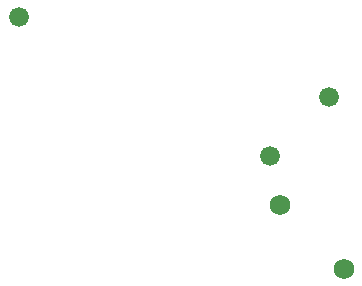
<source format=gts>
G04*
G04 #@! TF.GenerationSoftware,Altium Limited,Altium Designer,22.1.2 (22)*
G04*
G04 Layer_Color=8388736*
%FSAX25Y25*%
%MOIN*%
G70*
G04*
G04 #@! TF.SameCoordinates,FD287DCB-2155-4C42-8390-B26A17F608F3*
G04*
G04*
G04 #@! TF.FilePolarity,Negative*
G04*
G01*
G75*
%ADD11C,0.06800*%
%ADD12C,0.06600*%
D11*
X1304206Y1071304D02*
D03*
X1325554Y1049955D02*
D03*
D12*
X1301108Y1087563D02*
D03*
X1217146Y1133975D02*
D03*
X1320546Y1107375D02*
D03*
M02*

</source>
